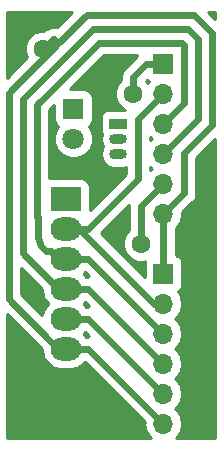
<source format=gbr>
G04 #@! TF.GenerationSoftware,KiCad,Pcbnew,5.0.0-rc2-dev-unknown-5e5e80d~64~ubuntu16.04.1*
G04 #@! TF.CreationDate,2018-05-07T09:49:11-03:00*
G04 #@! TF.ProjectId,audio_1,617564696F5F312E6B696361645F7063,rev?*
G04 #@! TF.SameCoordinates,Original*
G04 #@! TF.FileFunction,Copper,L1,Top,Signal*
G04 #@! TF.FilePolarity,Positive*
%FSLAX46Y46*%
G04 Gerber Fmt 4.6, Leading zero omitted, Abs format (unit mm)*
G04 Created by KiCad (PCBNEW 5.0.0-rc2-dev-unknown-5e5e80d~64~ubuntu16.04.1) date Mon May  7 09:49:11 2018*
%MOMM*%
%LPD*%
G01*
G04 APERTURE LIST*
%ADD10R,1.700000X1.700000*%
%ADD11O,1.700000X1.700000*%
%ADD12R,1.500000X0.900000*%
%ADD13O,1.500000X0.900000*%
%ADD14C,1.800000*%
%ADD15R,1.800000X1.800000*%
%ADD16O,2.600000X2.000000*%
%ADD17R,2.600000X2.000000*%
%ADD18C,1.600000*%
%ADD19C,0.600000*%
%ADD20C,0.254000*%
G04 APERTURE END LIST*
D10*
X171450000Y-95250000D03*
D11*
X171450000Y-97790000D03*
X171450000Y-100330000D03*
X171450000Y-102870000D03*
X171450000Y-105410000D03*
X171450000Y-107950000D03*
D12*
X167640000Y-100330000D03*
D13*
X167640000Y-102870000D03*
X167640000Y-101600000D03*
D11*
X171450000Y-125730000D03*
X171450000Y-123190000D03*
X171450000Y-120650000D03*
X171450000Y-118110000D03*
X171450000Y-115570000D03*
D10*
X171450000Y-113030000D03*
D14*
X163830000Y-101600000D03*
D15*
X163830000Y-99060000D03*
D16*
X163195000Y-119380000D03*
X163195000Y-116840000D03*
X163195000Y-114300000D03*
X163195000Y-111760000D03*
X163195000Y-109220000D03*
D17*
X163195000Y-106680000D03*
D18*
X161290000Y-93980000D03*
X168910000Y-97790000D03*
X169552605Y-110483477D03*
D19*
X165100000Y-119380000D02*
X171450000Y-125730000D01*
X162560000Y-119380000D02*
X165100000Y-119380000D01*
X171450000Y-113030000D02*
X171450000Y-107950000D01*
X173200001Y-102817069D02*
X175600020Y-100417050D01*
X175600019Y-92685877D02*
X174014121Y-91099979D01*
X174014121Y-91099979D02*
X164975878Y-91099980D01*
X175600020Y-100417050D02*
X175600019Y-92685877D01*
X161710001Y-118530001D02*
X162560000Y-119380000D01*
X158359979Y-115179979D02*
X161710001Y-118530001D01*
X158359979Y-97715879D02*
X158359979Y-115179979D01*
X162095858Y-93515858D02*
X162560000Y-93515858D01*
X162560000Y-93515858D02*
X158359979Y-97715879D01*
X164975878Y-91099980D02*
X162560000Y-93515858D01*
X173200001Y-106199999D02*
X171450000Y-107950000D01*
X173200001Y-102817069D02*
X173200001Y-106199999D01*
X162224143Y-93180001D02*
X162560000Y-93515858D01*
X162089999Y-93180001D02*
X162224143Y-93180001D01*
X161290000Y-93980000D02*
X162089999Y-93180001D01*
X165100000Y-116840000D02*
X162560000Y-116840000D01*
X171450000Y-123190000D02*
X165100000Y-116840000D01*
X168910000Y-96340000D02*
X168910000Y-97790000D01*
X170000000Y-95250000D02*
X168910000Y-96340000D01*
X171450000Y-95250000D02*
X170000000Y-95250000D01*
X169552605Y-107307395D02*
X171450000Y-105410000D01*
X169552605Y-110483477D02*
X169552605Y-107307395D01*
X165472939Y-92299989D02*
X159559989Y-98212939D01*
X171450000Y-102870000D02*
X174400010Y-99919990D01*
X174400010Y-99919990D02*
X174400010Y-93182938D01*
X174400010Y-93182938D02*
X173517061Y-92299989D01*
X173517061Y-92299989D02*
X165472939Y-92299989D01*
X159559989Y-111299989D02*
X162560000Y-114300000D01*
X159559989Y-98212939D02*
X159559989Y-111299989D01*
X165100000Y-114300000D02*
X171450000Y-120650000D01*
X162560000Y-114300000D02*
X165100000Y-114300000D01*
X160809999Y-108250001D02*
X160809999Y-110009999D01*
X160759999Y-108200001D02*
X160809999Y-108250001D01*
X160939999Y-98529999D02*
X160759999Y-98709999D01*
X160759999Y-98709999D02*
X160759999Y-108200001D01*
X173200001Y-93679999D02*
X173020001Y-93499999D01*
X173020001Y-93499999D02*
X165969999Y-93499999D01*
X173200001Y-98579999D02*
X173200001Y-93679999D01*
X165969999Y-93499999D02*
X160759999Y-98709999D01*
X171450000Y-100330000D02*
X173200001Y-98579999D01*
X161472991Y-111120010D02*
X161066491Y-110713510D01*
X161920010Y-111120010D02*
X161472991Y-111120010D01*
X162560000Y-111760000D02*
X161920010Y-111120010D01*
X160809999Y-110009999D02*
X161066491Y-110713510D01*
X165100000Y-111760000D02*
X171450000Y-118110000D01*
X162560000Y-111760000D02*
X165100000Y-111760000D01*
X169290010Y-99949990D02*
X169290010Y-103759990D01*
X171450000Y-97790000D02*
X169290010Y-99949990D01*
X164319998Y-109220000D02*
X163762081Y-109220000D01*
X163762081Y-109220000D02*
X162560000Y-109220000D01*
X170669998Y-115570000D02*
X164319998Y-109220000D01*
X171450000Y-115570000D02*
X170669998Y-115570000D01*
X169290010Y-105024990D02*
X169290010Y-103759990D01*
X165095000Y-109220000D02*
X169290010Y-105024990D01*
X163195000Y-109220000D02*
X165095000Y-109220000D01*
D20*
G36*
X161055326Y-119327723D02*
X161055329Y-119327725D01*
X161140763Y-119413159D01*
X161268202Y-120053842D01*
X161649903Y-120625097D01*
X162221158Y-121006798D01*
X162724909Y-121107000D01*
X163665091Y-121107000D01*
X164168842Y-121006798D01*
X164740097Y-120625097D01*
X164801222Y-120533618D01*
X169867904Y-125600301D01*
X169842105Y-125730000D01*
X169964499Y-126345315D01*
X170313047Y-126866953D01*
X170399920Y-126925000D01*
X158190000Y-126925000D01*
X158190000Y-116462396D01*
X161055326Y-119327723D01*
X161055326Y-119327723D01*
G37*
X161055326Y-119327723D02*
X161055329Y-119327725D01*
X161140763Y-119413159D01*
X161268202Y-120053842D01*
X161649903Y-120625097D01*
X162221158Y-121006798D01*
X162724909Y-121107000D01*
X163665091Y-121107000D01*
X164168842Y-121006798D01*
X164740097Y-120625097D01*
X164801222Y-120533618D01*
X169867904Y-125600301D01*
X169842105Y-125730000D01*
X169964499Y-126345315D01*
X170313047Y-126866953D01*
X170399920Y-126925000D01*
X158190000Y-126925000D01*
X158190000Y-116462396D01*
X161055326Y-119327723D01*
G36*
X175820001Y-126925000D02*
X172500080Y-126925000D01*
X172586953Y-126866953D01*
X172935501Y-126345315D01*
X173057895Y-125730000D01*
X172935501Y-125114685D01*
X172586953Y-124593047D01*
X172387834Y-124460000D01*
X172586953Y-124326953D01*
X172935501Y-123805315D01*
X173057895Y-123190000D01*
X172935501Y-122574685D01*
X172586953Y-122053047D01*
X172387834Y-121920000D01*
X172586953Y-121786953D01*
X172935501Y-121265315D01*
X173057895Y-120650000D01*
X172935501Y-120034685D01*
X172586953Y-119513047D01*
X172387834Y-119380000D01*
X172586953Y-119246953D01*
X172935501Y-118725315D01*
X173057895Y-118110000D01*
X172935501Y-117494685D01*
X172586953Y-116973047D01*
X172387834Y-116840000D01*
X172586953Y-116706953D01*
X172935501Y-116185315D01*
X173057895Y-115570000D01*
X172935501Y-114954685D01*
X172646807Y-114522625D01*
X172824137Y-114404137D01*
X172984818Y-114163661D01*
X173041242Y-113880000D01*
X173041242Y-112180000D01*
X172984818Y-111896339D01*
X172824137Y-111655863D01*
X172583661Y-111495182D01*
X172477000Y-111473966D01*
X172477000Y-109160421D01*
X172586953Y-109086953D01*
X172935501Y-108565315D01*
X173057895Y-107950000D01*
X173032096Y-107820300D01*
X173854673Y-106997724D01*
X173940427Y-106940425D01*
X174167414Y-106600714D01*
X174227001Y-106301149D01*
X174247121Y-106200000D01*
X174227001Y-106098851D01*
X174227001Y-103242465D01*
X175820000Y-101649467D01*
X175820001Y-126925000D01*
X175820001Y-126925000D01*
G37*
X175820001Y-126925000D02*
X172500080Y-126925000D01*
X172586953Y-126866953D01*
X172935501Y-126345315D01*
X173057895Y-125730000D01*
X172935501Y-125114685D01*
X172586953Y-124593047D01*
X172387834Y-124460000D01*
X172586953Y-124326953D01*
X172935501Y-123805315D01*
X173057895Y-123190000D01*
X172935501Y-122574685D01*
X172586953Y-122053047D01*
X172387834Y-121920000D01*
X172586953Y-121786953D01*
X172935501Y-121265315D01*
X173057895Y-120650000D01*
X172935501Y-120034685D01*
X172586953Y-119513047D01*
X172387834Y-119380000D01*
X172586953Y-119246953D01*
X172935501Y-118725315D01*
X173057895Y-118110000D01*
X172935501Y-117494685D01*
X172586953Y-116973047D01*
X172387834Y-116840000D01*
X172586953Y-116706953D01*
X172935501Y-116185315D01*
X173057895Y-115570000D01*
X172935501Y-114954685D01*
X172646807Y-114522625D01*
X172824137Y-114404137D01*
X172984818Y-114163661D01*
X173041242Y-113880000D01*
X173041242Y-112180000D01*
X172984818Y-111896339D01*
X172824137Y-111655863D01*
X172583661Y-111495182D01*
X172477000Y-111473966D01*
X172477000Y-109160421D01*
X172586953Y-109086953D01*
X172935501Y-108565315D01*
X173057895Y-107950000D01*
X173032096Y-107820300D01*
X173854673Y-106997724D01*
X173940427Y-106940425D01*
X174167414Y-106600714D01*
X174227001Y-106301149D01*
X174247121Y-106200000D01*
X174227001Y-106098851D01*
X174227001Y-103242465D01*
X175820000Y-101649467D01*
X175820001Y-126925000D01*
G36*
X165150536Y-118342932D02*
X165100000Y-118332880D01*
X164998851Y-118353000D01*
X164885825Y-118353000D01*
X164740097Y-118134903D01*
X164702827Y-118110000D01*
X164740097Y-118085097D01*
X164801222Y-117993618D01*
X165150536Y-118342932D01*
X165150536Y-118342932D01*
G37*
X165150536Y-118342932D02*
X165100000Y-118332880D01*
X164998851Y-118353000D01*
X164885825Y-118353000D01*
X164740097Y-118134903D01*
X164702827Y-118110000D01*
X164740097Y-118085097D01*
X164801222Y-117993618D01*
X165150536Y-118342932D01*
G36*
X161140763Y-114333160D02*
X161268202Y-114973842D01*
X161649903Y-115545097D01*
X161687173Y-115570000D01*
X161649903Y-115594903D01*
X161268202Y-116166158D01*
X161190283Y-116557886D01*
X159386979Y-114754583D01*
X159386979Y-112579375D01*
X161140763Y-114333160D01*
X161140763Y-114333160D01*
G37*
X161140763Y-114333160D02*
X161268202Y-114973842D01*
X161649903Y-115545097D01*
X161687173Y-115570000D01*
X161649903Y-115594903D01*
X161268202Y-116166158D01*
X161190283Y-116557886D01*
X159386979Y-114754583D01*
X159386979Y-112579375D01*
X161140763Y-114333160D01*
G36*
X165150536Y-115802932D02*
X165100000Y-115792880D01*
X164998851Y-115813000D01*
X164885825Y-115813000D01*
X164740097Y-115594903D01*
X164702827Y-115570000D01*
X164740097Y-115545097D01*
X164801222Y-115453618D01*
X165150536Y-115802932D01*
X165150536Y-115802932D01*
G37*
X165150536Y-115802932D02*
X165100000Y-115792880D01*
X164998851Y-115813000D01*
X164885825Y-115813000D01*
X164740097Y-115594903D01*
X164702827Y-115570000D01*
X164740097Y-115545097D01*
X164801222Y-115453618D01*
X165150536Y-115802932D01*
G36*
X168505485Y-107307395D02*
X168525606Y-107408549D01*
X168525605Y-109350973D01*
X168258077Y-109618501D01*
X168025605Y-110179738D01*
X168025605Y-110787216D01*
X168258077Y-111348453D01*
X168687629Y-111778005D01*
X169248866Y-112010477D01*
X169856344Y-112010477D01*
X169895723Y-111994166D01*
X169858758Y-112180000D01*
X169858758Y-113306363D01*
X166159895Y-109607501D01*
X168516779Y-107250618D01*
X168505485Y-107307395D01*
X168505485Y-107307395D01*
G37*
X168505485Y-107307395D02*
X168525606Y-107408549D01*
X168525605Y-109350973D01*
X168258077Y-109618501D01*
X168025605Y-110179738D01*
X168025605Y-110787216D01*
X168258077Y-111348453D01*
X168687629Y-111778005D01*
X169248866Y-112010477D01*
X169856344Y-112010477D01*
X169895723Y-111994166D01*
X169858758Y-112180000D01*
X169858758Y-113306363D01*
X166159895Y-109607501D01*
X168516779Y-107250618D01*
X168505485Y-107307395D01*
G36*
X165150536Y-113262932D02*
X165100000Y-113252880D01*
X164998851Y-113273000D01*
X164885825Y-113273000D01*
X164740097Y-113054903D01*
X164702827Y-113030000D01*
X164740097Y-113005097D01*
X164801222Y-112913618D01*
X165150536Y-113262932D01*
X165150536Y-113262932D01*
G37*
X165150536Y-113262932D02*
X165100000Y-113252880D01*
X164998851Y-113273000D01*
X164885825Y-113273000D01*
X164740097Y-113054903D01*
X164702827Y-113030000D01*
X164740097Y-113005097D01*
X164801222Y-112913618D01*
X165150536Y-113262932D01*
G36*
X169202275Y-94595328D02*
X168255330Y-95542274D01*
X168169574Y-95599574D01*
X167942587Y-95939286D01*
X167932415Y-95990426D01*
X167862880Y-96340000D01*
X167883000Y-96441150D01*
X167883000Y-96657496D01*
X167615472Y-96925024D01*
X167383000Y-97486261D01*
X167383000Y-98093739D01*
X167615472Y-98654976D01*
X168045024Y-99084528D01*
X168175947Y-99138758D01*
X166890000Y-99138758D01*
X166606339Y-99195182D01*
X166365863Y-99355863D01*
X166205182Y-99596339D01*
X166148758Y-99880000D01*
X166148758Y-100780000D01*
X166205182Y-101063661D01*
X166243994Y-101121747D01*
X166231291Y-101140758D01*
X166139942Y-101600000D01*
X166231291Y-102059242D01*
X166348729Y-102235000D01*
X166231291Y-102410758D01*
X166139942Y-102870000D01*
X166231291Y-103329242D01*
X166491431Y-103718569D01*
X166880758Y-103978709D01*
X167224080Y-104047000D01*
X168055920Y-104047000D01*
X168263011Y-104005807D01*
X168263010Y-104599593D01*
X165236242Y-107626362D01*
X165236242Y-105680000D01*
X165179818Y-105396339D01*
X165019137Y-105155863D01*
X164778661Y-104995182D01*
X164495000Y-104938758D01*
X161895000Y-104938758D01*
X161786999Y-104960241D01*
X161786999Y-99135395D01*
X162188758Y-98733636D01*
X162188758Y-99960000D01*
X162245182Y-100243661D01*
X162405863Y-100484137D01*
X162549177Y-100579897D01*
X162450696Y-100678378D01*
X162203000Y-101276370D01*
X162203000Y-101923630D01*
X162450696Y-102521622D01*
X162908378Y-102979304D01*
X163506370Y-103227000D01*
X164153630Y-103227000D01*
X164751622Y-102979304D01*
X165209304Y-102521622D01*
X165457000Y-101923630D01*
X165457000Y-101276370D01*
X165209304Y-100678378D01*
X165110823Y-100579897D01*
X165254137Y-100484137D01*
X165414818Y-100243661D01*
X165471242Y-99960000D01*
X165471242Y-98160000D01*
X165414818Y-97876339D01*
X165254137Y-97635863D01*
X165013661Y-97475182D01*
X164730000Y-97418758D01*
X163503636Y-97418758D01*
X166395396Y-94526999D01*
X169247931Y-94526999D01*
X169202275Y-94595328D01*
X169202275Y-94595328D01*
G37*
X169202275Y-94595328D02*
X168255330Y-95542274D01*
X168169574Y-95599574D01*
X167942587Y-95939286D01*
X167932415Y-95990426D01*
X167862880Y-96340000D01*
X167883000Y-96441150D01*
X167883000Y-96657496D01*
X167615472Y-96925024D01*
X167383000Y-97486261D01*
X167383000Y-98093739D01*
X167615472Y-98654976D01*
X168045024Y-99084528D01*
X168175947Y-99138758D01*
X166890000Y-99138758D01*
X166606339Y-99195182D01*
X166365863Y-99355863D01*
X166205182Y-99596339D01*
X166148758Y-99880000D01*
X166148758Y-100780000D01*
X166205182Y-101063661D01*
X166243994Y-101121747D01*
X166231291Y-101140758D01*
X166139942Y-101600000D01*
X166231291Y-102059242D01*
X166348729Y-102235000D01*
X166231291Y-102410758D01*
X166139942Y-102870000D01*
X166231291Y-103329242D01*
X166491431Y-103718569D01*
X166880758Y-103978709D01*
X167224080Y-104047000D01*
X168055920Y-104047000D01*
X168263011Y-104005807D01*
X168263010Y-104599593D01*
X165236242Y-107626362D01*
X165236242Y-105680000D01*
X165179818Y-105396339D01*
X165019137Y-105155863D01*
X164778661Y-104995182D01*
X164495000Y-104938758D01*
X161895000Y-104938758D01*
X161786999Y-104960241D01*
X161786999Y-99135395D01*
X162188758Y-98733636D01*
X162188758Y-99960000D01*
X162245182Y-100243661D01*
X162405863Y-100484137D01*
X162549177Y-100579897D01*
X162450696Y-100678378D01*
X162203000Y-101276370D01*
X162203000Y-101923630D01*
X162450696Y-102521622D01*
X162908378Y-102979304D01*
X163506370Y-103227000D01*
X164153630Y-103227000D01*
X164751622Y-102979304D01*
X165209304Y-102521622D01*
X165457000Y-101923630D01*
X165457000Y-101276370D01*
X165209304Y-100678378D01*
X165110823Y-100579897D01*
X165254137Y-100484137D01*
X165414818Y-100243661D01*
X165471242Y-99960000D01*
X165471242Y-98160000D01*
X165414818Y-97876339D01*
X165254137Y-97635863D01*
X165013661Y-97475182D01*
X164730000Y-97418758D01*
X163503636Y-97418758D01*
X166395396Y-94526999D01*
X169247931Y-94526999D01*
X169202275Y-94595328D01*
G36*
X170512166Y-104140000D02*
X170317010Y-104270399D01*
X170317010Y-104009601D01*
X170512166Y-104140000D01*
X170512166Y-104140000D01*
G37*
X170512166Y-104140000D02*
X170317010Y-104270399D01*
X170317010Y-104009601D01*
X170512166Y-104140000D01*
G36*
X170512166Y-101600000D02*
X170317010Y-101730399D01*
X170317010Y-101469601D01*
X170512166Y-101600000D01*
X170512166Y-101600000D01*
G37*
X170512166Y-101600000D02*
X170317010Y-101730399D01*
X170317010Y-101469601D01*
X170512166Y-101600000D01*
G36*
X170253193Y-96742625D02*
X170160642Y-96881138D01*
X169990950Y-96711446D01*
X170077300Y-96625097D01*
X170253193Y-96742625D01*
X170253193Y-96742625D01*
G37*
X170253193Y-96742625D02*
X170160642Y-96881138D01*
X169990950Y-96711446D01*
X170077300Y-96625097D01*
X170253193Y-96742625D01*
G36*
X162446376Y-92177086D02*
X162325293Y-92153001D01*
X162325292Y-92153001D01*
X162224143Y-92132881D01*
X162157071Y-92146223D01*
X162089998Y-92132881D01*
X161988849Y-92153001D01*
X161689284Y-92212588D01*
X161689283Y-92212589D01*
X161689282Y-92212589D01*
X161558479Y-92299989D01*
X161349573Y-92439575D01*
X161340603Y-92453000D01*
X160986261Y-92453000D01*
X160425024Y-92685472D01*
X159995472Y-93115024D01*
X159763000Y-93676261D01*
X159763000Y-94283739D01*
X159931918Y-94691543D01*
X158190000Y-96433462D01*
X158190000Y-90880000D01*
X163743460Y-90880000D01*
X162446376Y-92177086D01*
X162446376Y-92177086D01*
G37*
X162446376Y-92177086D02*
X162325293Y-92153001D01*
X162325292Y-92153001D01*
X162224143Y-92132881D01*
X162157071Y-92146223D01*
X162089998Y-92132881D01*
X161988849Y-92153001D01*
X161689284Y-92212588D01*
X161689283Y-92212589D01*
X161689282Y-92212589D01*
X161558479Y-92299989D01*
X161349573Y-92439575D01*
X161340603Y-92453000D01*
X160986261Y-92453000D01*
X160425024Y-92685472D01*
X159995472Y-93115024D01*
X159763000Y-93676261D01*
X159763000Y-94283739D01*
X159931918Y-94691543D01*
X158190000Y-96433462D01*
X158190000Y-90880000D01*
X163743460Y-90880000D01*
X162446376Y-92177086D01*
G36*
X175820000Y-91453461D02*
X175246539Y-90880000D01*
X175820000Y-90880000D01*
X175820000Y-91453461D01*
X175820000Y-91453461D01*
G37*
X175820000Y-91453461D02*
X175246539Y-90880000D01*
X175820000Y-90880000D01*
X175820000Y-91453461D01*
M02*

</source>
